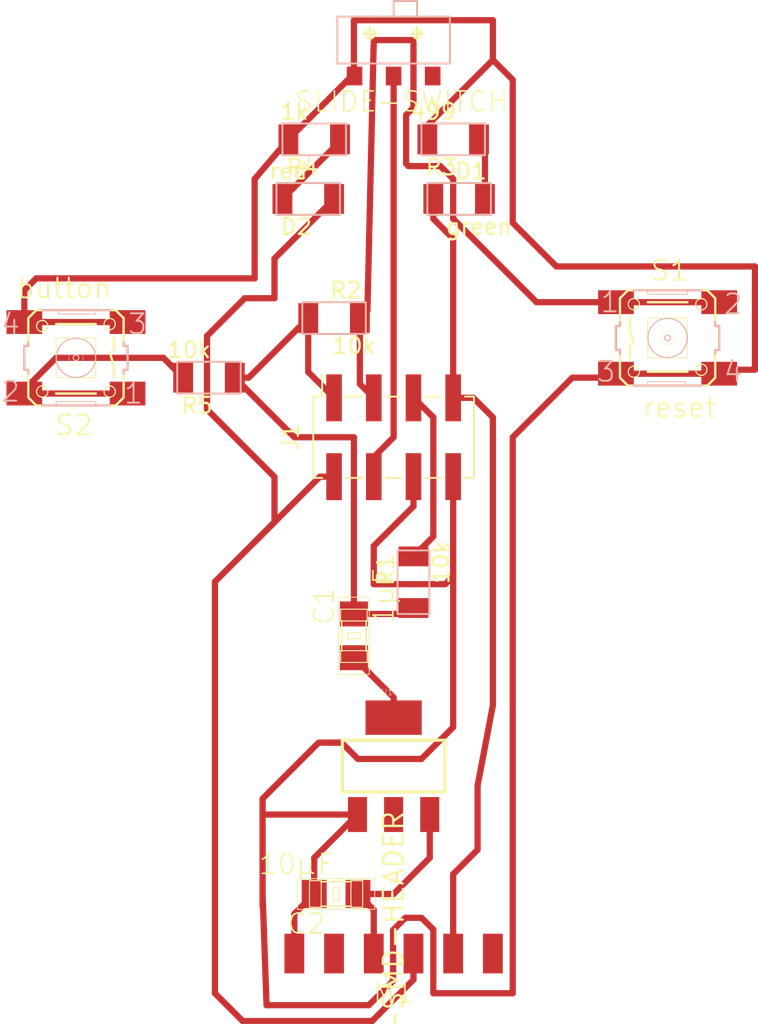
<source format=kicad_pcb>
(kicad_pcb (version 20171130) (host pcbnew "(5.1.9)-1")

  (general
    (thickness 1.6)
    (drawings 0)
    (tracks 128)
    (zones 0)
    (modules 15)
    (nets 16)
  )

  (page A4)
  (layers
    (0 F.Cu signal)
    (31 B.Cu signal hide)
    (32 B.Adhes user hide)
    (33 F.Adhes user hide)
    (34 B.Paste user hide)
    (35 F.Paste user hide)
    (36 B.SilkS user hide)
    (37 F.SilkS user hide)
    (38 B.Mask user hide)
    (39 F.Mask user hide)
    (40 Dwgs.User user hide)
    (41 Cmts.User user hide)
    (42 Eco1.User user hide)
    (43 Eco2.User user hide)
    (44 Edge.Cuts user hide)
    (45 Margin user hide)
    (46 B.CrtYd user hide)
    (47 F.CrtYd user hide)
    (48 B.Fab user hide)
    (49 F.Fab user hide)
  )

  (setup
    (last_trace_width 0.4)
    (trace_clearance 0.4)
    (zone_clearance 0.508)
    (zone_45_only no)
    (trace_min 0.4)
    (via_size 0.8)
    (via_drill 0.4)
    (via_min_size 0.4)
    (via_min_drill 0.3)
    (uvia_size 0.3)
    (uvia_drill 0.1)
    (uvias_allowed no)
    (uvia_min_size 0.2)
    (uvia_min_drill 0.1)
    (edge_width 0.05)
    (segment_width 0.2)
    (pcb_text_width 0.3)
    (pcb_text_size 1.5 1.5)
    (mod_edge_width 0.12)
    (mod_text_size 1 1)
    (mod_text_width 0.15)
    (pad_size 1.524 1.524)
    (pad_drill 0.762)
    (pad_to_mask_clearance 0)
    (aux_axis_origin 0 0)
    (visible_elements 7FFFFFFF)
    (pcbplotparams
      (layerselection 0x010fc_ffffffff)
      (usegerberextensions false)
      (usegerberattributes true)
      (usegerberadvancedattributes true)
      (creategerberjobfile true)
      (excludeedgelayer true)
      (linewidth 0.100000)
      (plotframeref false)
      (viasonmask false)
      (mode 1)
      (useauxorigin false)
      (hpglpennumber 1)
      (hpglpenspeed 20)
      (hpglpendiameter 15.000000)
      (psnegative false)
      (psa4output false)
      (plotreference true)
      (plotvalue true)
      (plotinvisibletext false)
      (padsonsilk false)
      (subtractmaskfromsilk false)
      (outputformat 1)
      (mirror false)
      (drillshape 1)
      (scaleselection 1)
      (outputdirectory ""))
  )

  (net 0 "")
  (net 1 3.3V)
  (net 2 "Net-(C1-Pad1)")
  (net 3 gnd)
  (net 4 5V)
  (net 5 "Net-(D1-Pad2)")
  (net 6 TX-gp1)
  (net 7 "Net-(D2-Pad2)")
  (net 8 RX-gp3)
  (net 9 "Net-(M1-Pad6)")
  (net 10 "Net-(M1-Pad2)")
  (net 11 reset)
  (net 12 "Net-(R5-Pad2)")
  (net 13 gp0)
  (net 14 "Net-(S3-Pad1)")
  (net 15 "Net-(J1-Pad5)")

  (net_class Default "This is the default net class."
    (clearance 0.4)
    (trace_width 0.4)
    (via_dia 0.8)
    (via_drill 0.4)
    (uvia_dia 0.3)
    (uvia_drill 0.1)
    (diff_pair_width 0.4)
    (diff_pair_gap 0.25)
    (add_net 3.3V)
    (add_net 5V)
    (add_net "Net-(C1-Pad1)")
    (add_net "Net-(D1-Pad2)")
    (add_net "Net-(D2-Pad2)")
    (add_net "Net-(J1-Pad5)")
    (add_net "Net-(M1-Pad2)")
    (add_net "Net-(M1-Pad6)")
    (add_net "Net-(R5-Pad2)")
    (add_net "Net-(S3-Pad1)")
    (add_net RX-gp3)
    (add_net TX-gp1)
    (add_net gnd)
    (add_net gp0)
    (add_net reset)
  )

  (module fab:fab-1X06SMD (layer F.Cu) (tedit 200000) (tstamp 60464886)
    (at 120.65 95.25 90)
    (path /604618BA)
    (attr smd)
    (fp_text reference M1 (at -2.54 0) (layer F.SilkS)
      (effects (font (size 1.27 1.27) (thickness 0.1016)))
    )
    (fp_text value FTDI-SMD-HEADER (at 0 0 90) (layer F.SilkS)
      (effects (font (size 1.27 1.27) (thickness 0.15)))
    )
    (pad 6 smd rect (at 0 6.35 90) (size 2.54 1.27) (layers F.Cu F.Paste F.Mask)
      (net 9 "Net-(M1-Pad6)"))
    (pad 5 smd rect (at 0 3.81 90) (size 2.54 1.27) (layers F.Cu F.Paste F.Mask)
      (net 6 TX-gp1))
    (pad 4 smd rect (at 0 1.27 90) (size 2.54 1.27) (layers F.Cu F.Paste F.Mask)
      (net 8 RX-gp3))
    (pad 3 smd rect (at 0 -1.27 90) (size 2.54 1.27) (layers F.Cu F.Paste F.Mask)
      (net 4 5V))
    (pad 2 smd rect (at 0 -3.81 90) (size 2.54 1.27) (layers F.Cu F.Paste F.Mask)
      (net 10 "Net-(M1-Pad2)"))
    (pad 1 smd rect (at 0 -6.35 90) (size 2.54 1.27) (layers F.Cu F.Paste F.Mask)
      (net 3 gnd))
  )

  (module fab:fab-C1206 (layer F.Cu) (tedit 200000) (tstamp 60464868)
    (at 116.96954 91.44 180)
    (descr CAPACITOR)
    (tags CAPACITOR)
    (path /60467AFB)
    (attr smd)
    (fp_text reference C2 (at 1.905 -1.905) (layer F.SilkS)
      (effects (font (size 1.27 1.27) (thickness 0.1016)))
    )
    (fp_text value 10µF (at 2.54 1.905) (layer F.SilkS)
      (effects (font (size 1.27 1.27) (thickness 0.1016)))
    )
    (fp_line (start -0.96266 0.78486) (end 0.96266 0.78486) (layer F.SilkS) (width 0.1016))
    (fp_line (start -0.96266 -0.78486) (end 0.96266 -0.78486) (layer F.SilkS) (width 0.1016))
    (fp_line (start 2.47142 -0.98298) (end 2.47142 0.98298) (layer F.SilkS) (width 0.0508))
    (fp_line (start -2.47142 0.98298) (end -2.47142 -0.98298) (layer F.SilkS) (width 0.0508))
    (fp_line (start 2.47142 0.98298) (end -2.47142 0.98298) (layer F.SilkS) (width 0.0508))
    (fp_line (start -2.47142 -0.98298) (end 2.47142 -0.98298) (layer F.SilkS) (width 0.0508))
    (fp_line (start -0.19812 0.39878) (end -0.19812 -0.39878) (layer F.SilkS) (width 0.06604))
    (fp_line (start -0.19812 -0.39878) (end 0.19812 -0.39878) (layer F.SilkS) (width 0.06604))
    (fp_line (start 0.19812 0.39878) (end 0.19812 -0.39878) (layer F.SilkS) (width 0.06604))
    (fp_line (start -0.19812 0.39878) (end 0.19812 0.39878) (layer F.SilkS) (width 0.06604))
    (fp_line (start 0.94996 0.84836) (end 0.94996 -0.8509) (layer F.SilkS) (width 0.06604))
    (fp_line (start 0.94996 -0.8509) (end 1.7018 -0.8509) (layer F.SilkS) (width 0.06604))
    (fp_line (start 1.7018 0.84836) (end 1.7018 -0.8509) (layer F.SilkS) (width 0.06604))
    (fp_line (start 0.94996 0.84836) (end 1.7018 0.84836) (layer F.SilkS) (width 0.06604))
    (fp_line (start -1.7018 0.8509) (end -1.7018 -0.84836) (layer F.SilkS) (width 0.06604))
    (fp_line (start -1.7018 -0.84836) (end -0.94996 -0.84836) (layer F.SilkS) (width 0.06604))
    (fp_line (start -0.94996 0.8509) (end -0.94996 -0.84836) (layer F.SilkS) (width 0.06604))
    (fp_line (start -1.7018 0.8509) (end -0.94996 0.8509) (layer F.SilkS) (width 0.06604))
    (pad 2 smd rect (at 1.39954 0 180) (size 1.59766 1.79832) (layers F.Cu F.Paste F.Mask)
      (net 3 gnd))
    (pad 1 smd rect (at -1.39954 0 180) (size 1.59766 1.79832) (layers F.Cu F.Paste F.Mask)
      (net 4 5V))
  )

  (module fab:fab-R1206FAB (layer F.Cu) (tedit 200000) (tstamp 6046489A)
    (at 116.84 54.61)
    (path /6046C2D8)
    (attr smd)
    (fp_text reference R2 (at 0.762 -1.778) (layer F.SilkS)
      (effects (font (size 1.016 1.016) (thickness 0.1524)))
    )
    (fp_text value 10k (at 1.27 1.778) (layer F.SilkS)
      (effects (font (size 1.016 1.016) (thickness 0.1524)))
    )
    (fp_line (start -2.032 1.016) (end -2.032 -1.016) (layer B.SilkS) (width 0.127))
    (fp_line (start 2.032 1.016) (end -2.032 1.016) (layer B.SilkS) (width 0.127))
    (fp_line (start 2.032 -1.016) (end 2.032 1.016) (layer B.SilkS) (width 0.127))
    (fp_line (start -2.032 -1.016) (end 2.032 -1.016) (layer B.SilkS) (width 0.127))
    (pad 2 smd rect (at 1.651 0) (size 1.27 1.905) (layers F.Cu F.Paste F.Mask)
      (net 11 reset))
    (pad 1 smd rect (at -1.651 0) (size 1.27 1.905) (layers F.Cu F.Paste F.Mask)
      (net 1 3.3V))
  )

  (module Connector_PinSocket_2.54mm:PinSocket_2x04_P2.54mm_Vertical_SMD (layer F.Cu) (tedit 5A19A42A) (tstamp 6046B407)
    (at 120.65 62.23 90)
    (descr "surface-mounted straight socket strip, 2x04, 2.54mm pitch, double cols (from Kicad 4.0.7), script generated")
    (tags "Surface mounted socket strip SMD 2x04 2.54mm double row")
    (path /604662D5)
    (attr smd)
    (fp_text reference J1 (at 0 -6.58 90) (layer F.SilkS)
      (effects (font (size 1 1) (thickness 0.15)))
    )
    (fp_text value "ESP conn" (at 0 6.58 90) (layer F.Fab)
      (effects (font (size 1 1) (thickness 0.15)))
    )
    (fp_line (start -4.55 5.6) (end -4.55 -5.6) (layer F.CrtYd) (width 0.05))
    (fp_line (start 4.5 5.6) (end -4.55 5.6) (layer F.CrtYd) (width 0.05))
    (fp_line (start 4.5 -5.6) (end 4.5 5.6) (layer F.CrtYd) (width 0.05))
    (fp_line (start -4.55 -5.6) (end 4.5 -5.6) (layer F.CrtYd) (width 0.05))
    (fp_line (start 3.92 4.13) (end 2.54 4.13) (layer F.Fab) (width 0.1))
    (fp_line (start 3.92 3.49) (end 3.92 4.13) (layer F.Fab) (width 0.1))
    (fp_line (start 2.54 3.49) (end 3.92 3.49) (layer F.Fab) (width 0.1))
    (fp_line (start -3.92 4.13) (end -3.92 3.49) (layer F.Fab) (width 0.1))
    (fp_line (start -2.54 4.13) (end -3.92 4.13) (layer F.Fab) (width 0.1))
    (fp_line (start -3.92 3.49) (end -2.54 3.49) (layer F.Fab) (width 0.1))
    (fp_line (start 3.92 1.59) (end 2.54 1.59) (layer F.Fab) (width 0.1))
    (fp_line (start 3.92 0.95) (end 3.92 1.59) (layer F.Fab) (width 0.1))
    (fp_line (start 2.54 0.95) (end 3.92 0.95) (layer F.Fab) (width 0.1))
    (fp_line (start -3.92 1.59) (end -3.92 0.95) (layer F.Fab) (width 0.1))
    (fp_line (start -2.54 1.59) (end -3.92 1.59) (layer F.Fab) (width 0.1))
    (fp_line (start -3.92 0.95) (end -2.54 0.95) (layer F.Fab) (width 0.1))
    (fp_line (start 3.92 -0.95) (end 2.54 -0.95) (layer F.Fab) (width 0.1))
    (fp_line (start 3.92 -1.59) (end 3.92 -0.95) (layer F.Fab) (width 0.1))
    (fp_line (start 2.54 -1.59) (end 3.92 -1.59) (layer F.Fab) (width 0.1))
    (fp_line (start -3.92 -0.95) (end -3.92 -1.59) (layer F.Fab) (width 0.1))
    (fp_line (start -2.54 -0.95) (end -3.92 -0.95) (layer F.Fab) (width 0.1))
    (fp_line (start -3.92 -1.59) (end -2.54 -1.59) (layer F.Fab) (width 0.1))
    (fp_line (start 3.92 -3.49) (end 2.54 -3.49) (layer F.Fab) (width 0.1))
    (fp_line (start 3.92 -4.13) (end 3.92 -3.49) (layer F.Fab) (width 0.1))
    (fp_line (start 2.54 -4.13) (end 3.92 -4.13) (layer F.Fab) (width 0.1))
    (fp_line (start -3.92 -3.49) (end -3.92 -4.13) (layer F.Fab) (width 0.1))
    (fp_line (start -2.54 -3.49) (end -3.92 -3.49) (layer F.Fab) (width 0.1))
    (fp_line (start -3.92 -4.13) (end -2.54 -4.13) (layer F.Fab) (width 0.1))
    (fp_line (start -2.54 5.08) (end -2.54 -5.08) (layer F.Fab) (width 0.1))
    (fp_line (start 2.54 5.08) (end -2.54 5.08) (layer F.Fab) (width 0.1))
    (fp_line (start 2.54 -4.08) (end 2.54 5.08) (layer F.Fab) (width 0.1))
    (fp_line (start 1.54 -5.08) (end 2.54 -4.08) (layer F.Fab) (width 0.1))
    (fp_line (start -2.54 -5.08) (end 1.54 -5.08) (layer F.Fab) (width 0.1))
    (fp_line (start 2.6 -4.57) (end 3.96 -4.57) (layer F.SilkS) (width 0.12))
    (fp_line (start -2.6 4.57) (end -2.6 5.14) (layer F.SilkS) (width 0.12))
    (fp_line (start -2.6 2.03) (end -2.6 3.05) (layer F.SilkS) (width 0.12))
    (fp_line (start -2.6 -0.51) (end -2.6 0.51) (layer F.SilkS) (width 0.12))
    (fp_line (start -2.6 -3.05) (end -2.6 -2.03) (layer F.SilkS) (width 0.12))
    (fp_line (start -2.6 -5.14) (end -2.6 -4.57) (layer F.SilkS) (width 0.12))
    (fp_line (start -2.6 5.14) (end 2.6 5.14) (layer F.SilkS) (width 0.12))
    (fp_line (start 2.6 4.57) (end 2.6 5.14) (layer F.SilkS) (width 0.12))
    (fp_line (start 2.6 2.03) (end 2.6 3.05) (layer F.SilkS) (width 0.12))
    (fp_line (start 2.6 -0.51) (end 2.6 0.51) (layer F.SilkS) (width 0.12))
    (fp_line (start 2.6 -3.05) (end 2.6 -2.03) (layer F.SilkS) (width 0.12))
    (fp_line (start 2.6 -5.14) (end 2.6 -4.57) (layer F.SilkS) (width 0.12))
    (fp_line (start -2.6 -5.14) (end 2.6 -5.14) (layer F.SilkS) (width 0.12))
    (fp_text user %R (at 0 0) (layer F.Fab)
      (effects (font (size 1 1) (thickness 0.15)))
    )
    (pad 8 smd rect (at -2.52 3.81 90) (size 3 1) (layers F.Cu F.Paste F.Mask)
      (net 3 gnd))
    (pad 7 smd rect (at 2.52 3.81 90) (size 3 1) (layers F.Cu F.Paste F.Mask)
      (net 6 TX-gp1))
    (pad 6 smd rect (at -2.52 1.27 90) (size 3 1) (layers F.Cu F.Paste F.Mask)
      (net 3 gnd))
    (pad 5 smd rect (at 2.52 1.27 90) (size 3 1) (layers F.Cu F.Paste F.Mask)
      (net 15 "Net-(J1-Pad5)"))
    (pad 4 smd rect (at -2.52 -1.27 90) (size 3 1) (layers F.Cu F.Paste F.Mask)
      (net 13 gp0))
    (pad 3 smd rect (at 2.52 -1.27 90) (size 3 1) (layers F.Cu F.Paste F.Mask)
      (net 11 reset))
    (pad 2 smd rect (at -2.52 -3.81 90) (size 3 1) (layers F.Cu F.Paste F.Mask)
      (net 8 RX-gp3))
    (pad 1 smd rect (at 2.52 -3.81 90) (size 3 1) (layers F.Cu F.Paste F.Mask)
      (net 1 3.3V))
    (model ${KISYS3DMOD}/Connector_PinSocket_2.54mm.3dshapes/PinSocket_2x04_P2.54mm_Vertical_SMD.wrl
      (at (xyz 0 0 0))
      (scale (xyz 1 1 1))
      (rotate (xyz 0 0 0))
    )
  )

  (module fab:fab-SOT223 (layer F.Cu) (tedit 5E6F6C42) (tstamp 6046495E)
    (at 120.65 83.2612)
    (descr <b>SOT-223</b>)
    (path /60461F6F)
    (fp_text reference U1 (at -0.8255 -4.5085) (layer F.SilkS)
      (effects (font (size 0.38608 0.38608) (thickness 0.030886)) (justify left bottom))
    )
    (fp_text value "3.3V reg" (at -1.0795 0.1905) (layer F.Fab)
      (effects (font (size 0.38608 0.38608) (thickness 0.030886)) (justify left bottom))
    )
    (fp_poly (pts (xy 1.8796 3.6576) (xy 2.7432 3.6576) (xy 2.7432 1.8034) (xy 1.8796 1.8034)) (layer F.Fab) (width 0))
    (fp_poly (pts (xy -2.7432 3.6576) (xy -1.8796 3.6576) (xy -1.8796 1.8034) (xy -2.7432 1.8034)) (layer F.Fab) (width 0))
    (fp_poly (pts (xy -0.4318 3.6576) (xy 0.4318 3.6576) (xy 0.4318 1.8034) (xy -0.4318 1.8034)) (layer F.Fab) (width 0))
    (fp_poly (pts (xy -1.6002 -1.8034) (xy 1.6002 -1.8034) (xy 1.6002 -3.6576) (xy -1.6002 -3.6576)) (layer F.Fab) (width 0))
    (fp_poly (pts (xy 1.8796 3.6576) (xy 2.7432 3.6576) (xy 2.7432 1.8034) (xy 1.8796 1.8034)) (layer F.Fab) (width 0))
    (fp_poly (pts (xy -2.7432 3.6576) (xy -1.8796 3.6576) (xy -1.8796 1.8034) (xy -2.7432 1.8034)) (layer F.Fab) (width 0))
    (fp_poly (pts (xy -0.4318 3.6576) (xy 0.4318 3.6576) (xy 0.4318 1.8034) (xy -0.4318 1.8034)) (layer F.Fab) (width 0))
    (fp_poly (pts (xy -1.6002 -1.8034) (xy 1.6002 -1.8034) (xy 1.6002 -3.6576) (xy -1.6002 -3.6576)) (layer F.Fab) (width 0))
    (fp_line (start -3.2766 -1.651) (end 3.2766 -1.651) (layer F.SilkS) (width 0.2032))
    (fp_line (start -3.2766 1.651) (end -3.2766 -1.651) (layer F.SilkS) (width 0.2032))
    (fp_line (start 3.2766 1.651) (end -3.2766 1.651) (layer F.SilkS) (width 0.2032))
    (fp_line (start 3.2766 -1.651) (end 3.2766 1.651) (layer F.SilkS) (width 0.2032))
    (pad 2 smd rect (at 0 -3.099) (size 3.6 2.2) (layers F.Cu F.Paste F.Mask)
      (net 2 "Net-(C1-Pad1)") (solder_mask_margin 0.1016))
    (pad 3 smd rect (at 2.3114 3.0988) (size 1.2192 2.2352) (layers F.Cu F.Paste F.Mask)
      (net 4 5V) (solder_mask_margin 0.1016))
    (pad 2 smd rect (at 0 3.0988) (size 1.2192 2.2352) (layers F.Cu F.Paste F.Mask)
      (net 2 "Net-(C1-Pad1)") (solder_mask_margin 0.1016))
    (pad 1 smd rect (at -2.3114 3.0988) (size 1.2192 2.2352) (layers F.Cu F.Paste F.Mask)
      (net 3 gnd) (solder_mask_margin 0.1016))
  )

  (module fab:fab-AYZ0102AGRLC (layer F.Cu) (tedit 200000) (tstamp 6046494A)
    (at 120.65 36.83)
    (path /60465250)
    (attr smd)
    (fp_text reference S3 (at 0.381 -3.429) (layer F.SilkS)
      (effects (font (size 1.27 1.27) (thickness 0.1016)))
    )
    (fp_text value SLIDE-SWITCH (at 0.508 3.937) (layer F.SilkS)
      (effects (font (size 1.27 1.27) (thickness 0.1016)))
    )
    (fp_line (start 1.4986 0.02286) (end 1.4986 -0.82296) (layer F.SilkS) (width 0.127))
    (fp_line (start 1.07442 -0.39878) (end 1.92278 -0.39878) (layer F.SilkS) (width 0.127))
    (fp_circle (center 1.4986 -0.39878) (end 1.70942 -0.6096) (layer F.SilkS) (width 0.127))
    (fp_line (start -1.4986 0.02286) (end -1.4986 -0.82296) (layer F.SilkS) (width 0.127))
    (fp_line (start -1.92278 -0.39878) (end -1.07442 -0.39878) (layer F.SilkS) (width 0.127))
    (fp_circle (center -1.4986 -0.39878) (end -1.70942 -0.6096) (layer F.SilkS) (width 0.127))
    (fp_line (start 1.4986 -2.49936) (end 1.4986 -1.4986) (layer B.SilkS) (width 0.127))
    (fp_line (start 0 -2.49936) (end 1.4986 -2.49936) (layer B.SilkS) (width 0.127))
    (fp_line (start 0 -1.59766) (end 0 -2.49936) (layer B.SilkS) (width 0.127))
    (fp_line (start -3.59918 -1.4986) (end -3.59918 1.4986) (layer B.SilkS) (width 0.127))
    (fp_line (start -1.4986 -1.4986) (end -3.59918 -1.4986) (layer B.SilkS) (width 0.127))
    (fp_line (start 1.4986 -1.4986) (end -1.4986 -1.4986) (layer B.SilkS) (width 0.127))
    (fp_line (start 3.59918 -1.4986) (end 1.4986 -1.4986) (layer B.SilkS) (width 0.127))
    (fp_line (start 3.59918 1.4986) (end 3.59918 -1.4986) (layer B.SilkS) (width 0.127))
    (fp_line (start -3.59918 1.4986) (end 3.59918 1.4986) (layer B.SilkS) (width 0.127))
    (pad 3 smd rect (at -2.49936 2.2987) (size 0.99822 1.19888) (layers F.Cu F.Paste F.Mask)
      (net 3 gnd))
    (pad 2 smd rect (at 0 2.2987) (size 0.99822 1.19888) (layers F.Cu F.Paste F.Mask)
      (net 13 gp0))
    (pad 1 smd rect (at 2.49936 2.2987) (size 0.99822 1.19888) (layers F.Cu F.Paste F.Mask)
      (net 14 "Net-(S3-Pad1)"))
  )

  (module fab:fab-6MM_SWITCH (layer F.Cu) (tedit 200000) (tstamp 60464934)
    (at 100.33 57.15 180)
    (descr "OMRON SWITCH")
    (tags "OMRON SWITCH")
    (path /60476784)
    (attr smd)
    (fp_text reference S2 (at 0.127 -4.318) (layer F.SilkS)
      (effects (font (size 1.27 1.27) (thickness 0.127)))
    )
    (fp_text value button (at 0.762 4.445) (layer F.SilkS)
      (effects (font (size 1.27 1.27) (thickness 0.127)))
    )
    (fp_circle (center 0 0) (end -0.127 0.127) (layer B.SilkS) (width 0.0762))
    (fp_circle (center 0 0) (end -0.3175 0.3175) (layer F.SilkS) (width 0.0254))
    (fp_circle (center -2.159 -2.159) (end -2.413 -2.413) (layer F.SilkS) (width 0.0762))
    (fp_circle (center 2.159 -2.159) (end 2.413 -2.413) (layer F.SilkS) (width 0.0762))
    (fp_circle (center 2.159 2.032) (end 2.413 2.286) (layer F.SilkS) (width 0.0762))
    (fp_circle (center -2.159 2.159) (end -2.413 2.413) (layer F.SilkS) (width 0.0762))
    (fp_circle (center 0 0) (end -0.889 0.889) (layer B.SilkS) (width 0.0762))
    (fp_line (start -2.413 -0.508) (end -2.159 0.381) (layer F.SilkS) (width 0.1524))
    (fp_line (start -2.413 0.508) (end -2.413 1.27) (layer F.SilkS) (width 0.1524))
    (fp_line (start -2.413 -1.27) (end -2.413 -0.508) (layer F.SilkS) (width 0.1524))
    (fp_line (start 1.27 -2.286) (end -1.27 -2.286) (layer F.SilkS) (width 0.1524))
    (fp_line (start -1.27 2.159) (end 1.27 2.159) (layer F.SilkS) (width 0.1524))
    (fp_line (start -3.048 -0.762) (end -3.048 -1.016) (layer B.SilkS) (width 0.1524))
    (fp_line (start -3.048 0.762) (end -3.048 1.016) (layer B.SilkS) (width 0.1524))
    (fp_line (start 3.048 -0.762) (end 3.048 -1.016) (layer B.SilkS) (width 0.1524))
    (fp_line (start 3.048 0.762) (end 3.048 1.016) (layer B.SilkS) (width 0.1524))
    (fp_line (start 1.143 3.048) (end 2.159 3.048) (layer B.SilkS) (width 0.1524))
    (fp_line (start -1.27 3.048) (end 1.143 3.048) (layer B.SilkS) (width 0.1524))
    (fp_line (start -1.27 -3.048) (end -2.159 -3.048) (layer B.SilkS) (width 0.1524))
    (fp_line (start 1.27 -3.048) (end -1.27 -3.048) (layer B.SilkS) (width 0.1524))
    (fp_line (start 2.159 -3.048) (end 1.27 -3.048) (layer B.SilkS) (width 0.1524))
    (fp_line (start 2.54 -3.048) (end 2.159 -3.048) (layer F.SilkS) (width 0.1524))
    (fp_line (start -2.54 -3.048) (end -2.159 -3.048) (layer F.SilkS) (width 0.1524))
    (fp_line (start -2.159 3.048) (end -1.27 3.048) (layer B.SilkS) (width 0.1524))
    (fp_line (start -2.54 3.048) (end -2.159 3.048) (layer F.SilkS) (width 0.1524))
    (fp_line (start 2.54 3.048) (end 2.159 3.048) (layer F.SilkS) (width 0.1524))
    (fp_line (start -1.27 2.794) (end -1.27 3.048) (layer B.SilkS) (width 0.0508))
    (fp_line (start 1.143 2.794) (end 1.143 3.048) (layer B.SilkS) (width 0.0508))
    (fp_line (start 1.143 2.794) (end -1.27 2.794) (layer B.SilkS) (width 0.0508))
    (fp_line (start 1.27 -2.794) (end 1.27 -3.048) (layer B.SilkS) (width 0.0508))
    (fp_line (start 1.27 -2.794) (end -1.27 -2.794) (layer B.SilkS) (width 0.0508))
    (fp_line (start -1.27 -3.048) (end -1.27 -2.794) (layer B.SilkS) (width 0.0508))
    (fp_line (start -1.27 -1.27) (end 1.27 -1.27) (layer F.SilkS) (width 0.0508))
    (fp_line (start 1.27 1.27) (end 1.27 -1.27) (layer F.SilkS) (width 0.0508))
    (fp_line (start 1.27 1.27) (end -1.27 1.27) (layer F.SilkS) (width 0.0508))
    (fp_line (start -1.27 -1.27) (end -1.27 1.27) (layer F.SilkS) (width 0.0508))
    (fp_line (start -3.048 2.54) (end -3.048 1.016) (layer F.SilkS) (width 0.1524))
    (fp_line (start -2.54 3.048) (end -3.048 2.54) (layer F.SilkS) (width 0.1524))
    (fp_line (start -3.048 -2.54) (end -3.048 -1.016) (layer F.SilkS) (width 0.1524))
    (fp_line (start -2.54 -3.048) (end -3.048 -2.54) (layer F.SilkS) (width 0.1524))
    (fp_line (start 3.048 2.54) (end 3.048 1.016) (layer F.SilkS) (width 0.1524))
    (fp_line (start 2.54 3.048) (end 3.048 2.54) (layer F.SilkS) (width 0.1524))
    (fp_line (start 3.048 -2.54) (end 2.54 -3.048) (layer F.SilkS) (width 0.1524))
    (fp_line (start -3.048 0.762) (end -3.302 0.762) (layer B.SilkS) (width 0.1524))
    (fp_line (start -3.302 -0.762) (end -3.302 0.762) (layer B.SilkS) (width 0.1524))
    (fp_line (start -3.302 -0.762) (end -3.048 -0.762) (layer B.SilkS) (width 0.1524))
    (fp_line (start 3.048 -1.016) (end 3.048 -2.54) (layer F.SilkS) (width 0.1524))
    (fp_line (start 3.048 -0.762) (end 3.302 -0.762) (layer B.SilkS) (width 0.1524))
    (fp_line (start 3.302 0.762) (end 3.302 -0.762) (layer B.SilkS) (width 0.1524))
    (fp_line (start 3.302 0.762) (end 3.048 0.762) (layer B.SilkS) (width 0.1524))
    (fp_text user 4 (at 4.191 2.159) (layer B.SilkS)
      (effects (font (size 1.27 1.27) (thickness 0.127)))
    )
    (fp_text user 3 (at -3.937 2.159) (layer B.SilkS)
      (effects (font (size 1.27 1.27) (thickness 0.127)))
    )
    (fp_text user 2 (at 4.191 -2.159) (layer B.SilkS)
      (effects (font (size 1.27 1.27) (thickness 0.127)))
    )
    (fp_text user 1 (at -3.683 -2.286) (layer B.SilkS)
      (effects (font (size 1.27 1.27) (thickness 0.127)))
    )
    (pad 4 smd rect (at 3.302 2.286 180) (size 2.286 1.524) (layers F.Cu F.Paste F.Mask)
      (net 3 gnd))
    (pad 3 smd rect (at -3.302 2.286 180) (size 2.286 1.524) (layers F.Cu F.Paste F.Mask)
      (net 3 gnd))
    (pad 2 smd rect (at 3.302 -2.286 180) (size 2.286 1.524) (layers F.Cu F.Paste F.Mask)
      (net 12 "Net-(R5-Pad2)"))
    (pad 1 smd rect (at -3.302 -2.286 180) (size 2.286 1.524) (layers F.Cu F.Paste F.Mask)
      (net 12 "Net-(R5-Pad2)"))
  )

  (module fab:fab-6MM_SWITCH (layer F.Cu) (tedit 200000) (tstamp 604648F6)
    (at 138.176 55.88)
    (descr "OMRON SWITCH")
    (tags "OMRON SWITCH")
    (path /604624CF)
    (attr smd)
    (fp_text reference S1 (at 0.127 -4.318) (layer F.SilkS)
      (effects (font (size 1.27 1.27) (thickness 0.127)))
    )
    (fp_text value reset (at 0.762 4.445) (layer F.SilkS)
      (effects (font (size 1.27 1.27) (thickness 0.127)))
    )
    (fp_circle (center 0 0) (end -0.127 0.127) (layer B.SilkS) (width 0.0762))
    (fp_circle (center 0 0) (end -0.3175 0.3175) (layer F.SilkS) (width 0.0254))
    (fp_circle (center -2.159 -2.159) (end -2.413 -2.413) (layer F.SilkS) (width 0.0762))
    (fp_circle (center 2.159 -2.159) (end 2.413 -2.413) (layer F.SilkS) (width 0.0762))
    (fp_circle (center 2.159 2.032) (end 2.413 2.286) (layer F.SilkS) (width 0.0762))
    (fp_circle (center -2.159 2.159) (end -2.413 2.413) (layer F.SilkS) (width 0.0762))
    (fp_circle (center 0 0) (end -0.889 0.889) (layer B.SilkS) (width 0.0762))
    (fp_line (start -2.413 -0.508) (end -2.159 0.381) (layer F.SilkS) (width 0.1524))
    (fp_line (start -2.413 0.508) (end -2.413 1.27) (layer F.SilkS) (width 0.1524))
    (fp_line (start -2.413 -1.27) (end -2.413 -0.508) (layer F.SilkS) (width 0.1524))
    (fp_line (start 1.27 -2.286) (end -1.27 -2.286) (layer F.SilkS) (width 0.1524))
    (fp_line (start -1.27 2.159) (end 1.27 2.159) (layer F.SilkS) (width 0.1524))
    (fp_line (start -3.048 -0.762) (end -3.048 -1.016) (layer B.SilkS) (width 0.1524))
    (fp_line (start -3.048 0.762) (end -3.048 1.016) (layer B.SilkS) (width 0.1524))
    (fp_line (start 3.048 -0.762) (end 3.048 -1.016) (layer B.SilkS) (width 0.1524))
    (fp_line (start 3.048 0.762) (end 3.048 1.016) (layer B.SilkS) (width 0.1524))
    (fp_line (start 1.143 3.048) (end 2.159 3.048) (layer B.SilkS) (width 0.1524))
    (fp_line (start -1.27 3.048) (end 1.143 3.048) (layer B.SilkS) (width 0.1524))
    (fp_line (start -1.27 -3.048) (end -2.159 -3.048) (layer B.SilkS) (width 0.1524))
    (fp_line (start 1.27 -3.048) (end -1.27 -3.048) (layer B.SilkS) (width 0.1524))
    (fp_line (start 2.159 -3.048) (end 1.27 -3.048) (layer B.SilkS) (width 0.1524))
    (fp_line (start 2.54 -3.048) (end 2.159 -3.048) (layer F.SilkS) (width 0.1524))
    (fp_line (start -2.54 -3.048) (end -2.159 -3.048) (layer F.SilkS) (width 0.1524))
    (fp_line (start -2.159 3.048) (end -1.27 3.048) (layer B.SilkS) (width 0.1524))
    (fp_line (start -2.54 3.048) (end -2.159 3.048) (layer F.SilkS) (width 0.1524))
    (fp_line (start 2.54 3.048) (end 2.159 3.048) (layer F.SilkS) (width 0.1524))
    (fp_line (start -1.27 2.794) (end -1.27 3.048) (layer B.SilkS) (width 0.0508))
    (fp_line (start 1.143 2.794) (end 1.143 3.048) (layer B.SilkS) (width 0.0508))
    (fp_line (start 1.143 2.794) (end -1.27 2.794) (layer B.SilkS) (width 0.0508))
    (fp_line (start 1.27 -2.794) (end 1.27 -3.048) (layer B.SilkS) (width 0.0508))
    (fp_line (start 1.27 -2.794) (end -1.27 -2.794) (layer B.SilkS) (width 0.0508))
    (fp_line (start -1.27 -3.048) (end -1.27 -2.794) (layer B.SilkS) (width 0.0508))
    (fp_line (start -1.27 -1.27) (end 1.27 -1.27) (layer F.SilkS) (width 0.0508))
    (fp_line (start 1.27 1.27) (end 1.27 -1.27) (layer F.SilkS) (width 0.0508))
    (fp_line (start 1.27 1.27) (end -1.27 1.27) (layer F.SilkS) (width 0.0508))
    (fp_line (start -1.27 -1.27) (end -1.27 1.27) (layer F.SilkS) (width 0.0508))
    (fp_line (start -3.048 2.54) (end -3.048 1.016) (layer F.SilkS) (width 0.1524))
    (fp_line (start -2.54 3.048) (end -3.048 2.54) (layer F.SilkS) (width 0.1524))
    (fp_line (start -3.048 -2.54) (end -3.048 -1.016) (layer F.SilkS) (width 0.1524))
    (fp_line (start -2.54 -3.048) (end -3.048 -2.54) (layer F.SilkS) (width 0.1524))
    (fp_line (start 3.048 2.54) (end 3.048 1.016) (layer F.SilkS) (width 0.1524))
    (fp_line (start 2.54 3.048) (end 3.048 2.54) (layer F.SilkS) (width 0.1524))
    (fp_line (start 3.048 -2.54) (end 2.54 -3.048) (layer F.SilkS) (width 0.1524))
    (fp_line (start -3.048 0.762) (end -3.302 0.762) (layer B.SilkS) (width 0.1524))
    (fp_line (start -3.302 -0.762) (end -3.302 0.762) (layer B.SilkS) (width 0.1524))
    (fp_line (start -3.302 -0.762) (end -3.048 -0.762) (layer B.SilkS) (width 0.1524))
    (fp_line (start 3.048 -1.016) (end 3.048 -2.54) (layer F.SilkS) (width 0.1524))
    (fp_line (start 3.048 -0.762) (end 3.302 -0.762) (layer B.SilkS) (width 0.1524))
    (fp_line (start 3.302 0.762) (end 3.302 -0.762) (layer B.SilkS) (width 0.1524))
    (fp_line (start 3.302 0.762) (end 3.048 0.762) (layer B.SilkS) (width 0.1524))
    (fp_text user 4 (at 4.191 2.159) (layer B.SilkS)
      (effects (font (size 1.27 1.27) (thickness 0.127)))
    )
    (fp_text user 3 (at -3.937 2.159) (layer B.SilkS)
      (effects (font (size 1.27 1.27) (thickness 0.127)))
    )
    (fp_text user 2 (at 4.191 -2.159) (layer B.SilkS)
      (effects (font (size 1.27 1.27) (thickness 0.127)))
    )
    (fp_text user 1 (at -3.683 -2.286) (layer B.SilkS)
      (effects (font (size 1.27 1.27) (thickness 0.127)))
    )
    (pad 4 smd rect (at 3.302 2.286) (size 2.286 1.524) (layers F.Cu F.Paste F.Mask)
      (net 3 gnd))
    (pad 3 smd rect (at -3.302 2.286) (size 2.286 1.524) (layers F.Cu F.Paste F.Mask)
      (net 3 gnd))
    (pad 2 smd rect (at 3.302 -2.286) (size 2.286 1.524) (layers F.Cu F.Paste F.Mask)
      (net 11 reset))
    (pad 1 smd rect (at -3.302 -2.286) (size 2.286 1.524) (layers F.Cu F.Paste F.Mask)
      (net 11 reset))
  )

  (module fab:fab-R1206FAB (layer F.Cu) (tedit 200000) (tstamp 604648B8)
    (at 108.839 58.42 180)
    (path /604778A2)
    (attr smd)
    (fp_text reference R5 (at 0.762 -1.778) (layer F.SilkS)
      (effects (font (size 1.016 1.016) (thickness 0.1524)))
    )
    (fp_text value 10k (at 1.27 1.778) (layer F.SilkS)
      (effects (font (size 1.016 1.016) (thickness 0.1524)))
    )
    (fp_line (start -2.032 1.016) (end -2.032 -1.016) (layer B.SilkS) (width 0.127))
    (fp_line (start 2.032 1.016) (end -2.032 1.016) (layer B.SilkS) (width 0.127))
    (fp_line (start 2.032 -1.016) (end 2.032 1.016) (layer B.SilkS) (width 0.127))
    (fp_line (start -2.032 -1.016) (end 2.032 -1.016) (layer B.SilkS) (width 0.127))
    (pad 2 smd rect (at 1.651 0 180) (size 1.27 1.905) (layers F.Cu F.Paste F.Mask)
      (net 12 "Net-(R5-Pad2)"))
    (pad 1 smd rect (at -1.651 0 180) (size 1.27 1.905) (layers F.Cu F.Paste F.Mask)
      (net 1 3.3V))
  )

  (module fab:fab-R1206FAB (layer F.Cu) (tedit 200000) (tstamp 604648AE)
    (at 115.57 43.18 180)
    (path /6046EA3E)
    (attr smd)
    (fp_text reference R4 (at 0.762 -1.778) (layer F.SilkS)
      (effects (font (size 1.016 1.016) (thickness 0.1524)))
    )
    (fp_text value 1k (at 1.27 1.778) (layer F.SilkS)
      (effects (font (size 1.016 1.016) (thickness 0.1524)))
    )
    (fp_line (start -2.032 1.016) (end -2.032 -1.016) (layer B.SilkS) (width 0.127))
    (fp_line (start 2.032 1.016) (end -2.032 1.016) (layer B.SilkS) (width 0.127))
    (fp_line (start 2.032 -1.016) (end 2.032 1.016) (layer B.SilkS) (width 0.127))
    (fp_line (start -2.032 -1.016) (end 2.032 -1.016) (layer B.SilkS) (width 0.127))
    (pad 2 smd rect (at 1.651 0 180) (size 1.27 1.905) (layers F.Cu F.Paste F.Mask)
      (net 3 gnd))
    (pad 1 smd rect (at -1.651 0 180) (size 1.27 1.905) (layers F.Cu F.Paste F.Mask)
      (net 7 "Net-(D2-Pad2)"))
  )

  (module fab:fab-R1206FAB (layer F.Cu) (tedit 200000) (tstamp 604648A4)
    (at 124.46 43.18 180)
    (path /6046DD62)
    (attr smd)
    (fp_text reference R3 (at 0.762 -1.778) (layer F.SilkS)
      (effects (font (size 1.016 1.016) (thickness 0.1524)))
    )
    (fp_text value 499 (at 1.27 1.778) (layer F.SilkS)
      (effects (font (size 1.016 1.016) (thickness 0.1524)))
    )
    (fp_line (start -2.032 1.016) (end -2.032 -1.016) (layer B.SilkS) (width 0.127))
    (fp_line (start 2.032 1.016) (end -2.032 1.016) (layer B.SilkS) (width 0.127))
    (fp_line (start 2.032 -1.016) (end 2.032 1.016) (layer B.SilkS) (width 0.127))
    (fp_line (start -2.032 -1.016) (end 2.032 -1.016) (layer B.SilkS) (width 0.127))
    (pad 2 smd rect (at 1.651 0 180) (size 1.27 1.905) (layers F.Cu F.Paste F.Mask)
      (net 3 gnd))
    (pad 1 smd rect (at -1.651 0 180) (size 1.27 1.905) (layers F.Cu F.Paste F.Mask)
      (net 5 "Net-(D1-Pad2)"))
  )

  (module fab:fab-R1206FAB (layer F.Cu) (tedit 200000) (tstamp 60464890)
    (at 121.92 71.501 90)
    (path /60465999)
    (attr smd)
    (fp_text reference R1 (at 0.762 -1.778 90) (layer F.SilkS)
      (effects (font (size 1.016 1.016) (thickness 0.1524)))
    )
    (fp_text value 10k (at 1.27 1.778 90) (layer F.SilkS)
      (effects (font (size 1.016 1.016) (thickness 0.1524)))
    )
    (fp_line (start -2.032 1.016) (end -2.032 -1.016) (layer B.SilkS) (width 0.127))
    (fp_line (start 2.032 1.016) (end -2.032 1.016) (layer B.SilkS) (width 0.127))
    (fp_line (start 2.032 -1.016) (end 2.032 1.016) (layer B.SilkS) (width 0.127))
    (fp_line (start -2.032 -1.016) (end 2.032 -1.016) (layer B.SilkS) (width 0.127))
    (pad 2 smd rect (at 1.651 0 90) (size 1.27 1.905) (layers F.Cu F.Paste F.Mask)
      (net 15 "Net-(J1-Pad5)"))
    (pad 1 smd rect (at -1.651 0 90) (size 1.27 1.905) (layers F.Cu F.Paste F.Mask)
      (net 1 3.3V))
  )

  (module fab:fab-LED1206FAB (layer F.Cu) (tedit 200000) (tstamp 6046487C)
    (at 115.189 46.99 180)
    (descr "LED1206 FAB STYLE (SMALLER PADS TO ALLOW TRACE BETWEEN)")
    (tags "LED1206 FAB STYLE (SMALLER PADS TO ALLOW TRACE BETWEEN)")
    (path /6046D41C)
    (attr smd)
    (fp_text reference D2 (at 0.762 -1.778) (layer F.SilkS)
      (effects (font (size 1.016 1.016) (thickness 0.1524)))
    )
    (fp_text value red (at 1.27 1.778) (layer F.SilkS)
      (effects (font (size 1.016 1.016) (thickness 0.1524)))
    )
    (fp_line (start -2.032 1.016) (end -2.032 -1.016) (layer B.SilkS) (width 0.127))
    (fp_line (start 2.032 1.016) (end -2.032 1.016) (layer B.SilkS) (width 0.127))
    (fp_line (start 2.032 -1.016) (end 2.032 1.016) (layer B.SilkS) (width 0.127))
    (fp_line (start -2.032 -1.016) (end 2.032 -1.016) (layer B.SilkS) (width 0.127))
    (pad 2 smd rect (at 1.651 0 180) (size 1.27 1.905) (layers F.Cu F.Paste F.Mask)
      (net 7 "Net-(D2-Pad2)"))
    (pad 1 smd rect (at -1.651 0 180) (size 1.27 1.905) (layers F.Cu F.Paste F.Mask)
      (net 8 RX-gp3))
  )

  (module fab:fab-LED1206FAB (layer F.Cu) (tedit 200000) (tstamp 60464872)
    (at 124.841 46.99)
    (descr "LED1206 FAB STYLE (SMALLER PADS TO ALLOW TRACE BETWEEN)")
    (tags "LED1206 FAB STYLE (SMALLER PADS TO ALLOW TRACE BETWEEN)")
    (path /60463438)
    (attr smd)
    (fp_text reference D1 (at 0.762 -1.778) (layer F.SilkS)
      (effects (font (size 1.016 1.016) (thickness 0.1524)))
    )
    (fp_text value green (at 1.27 1.778) (layer F.SilkS)
      (effects (font (size 1.016 1.016) (thickness 0.1524)))
    )
    (fp_line (start -2.032 1.016) (end -2.032 -1.016) (layer B.SilkS) (width 0.127))
    (fp_line (start 2.032 1.016) (end -2.032 1.016) (layer B.SilkS) (width 0.127))
    (fp_line (start 2.032 -1.016) (end 2.032 1.016) (layer B.SilkS) (width 0.127))
    (fp_line (start -2.032 -1.016) (end 2.032 -1.016) (layer B.SilkS) (width 0.127))
    (pad 2 smd rect (at 1.651 0) (size 1.27 1.905) (layers F.Cu F.Paste F.Mask)
      (net 5 "Net-(D1-Pad2)"))
    (pad 1 smd rect (at -1.651 0) (size 1.27 1.905) (layers F.Cu F.Paste F.Mask)
      (net 6 TX-gp1))
  )

  (module fab:fab-C1206 (layer F.Cu) (tedit 200000) (tstamp 60464850)
    (at 118.11 74.93 90)
    (descr CAPACITOR)
    (tags CAPACITOR)
    (path /60462EE4)
    (attr smd)
    (fp_text reference C1 (at 1.905 -1.905 90) (layer F.SilkS)
      (effects (font (size 1.27 1.27) (thickness 0.1016)))
    )
    (fp_text value 1µF (at 2.54 1.905 90) (layer F.SilkS)
      (effects (font (size 1.27 1.27) (thickness 0.1016)))
    )
    (fp_line (start -0.96266 0.78486) (end 0.96266 0.78486) (layer F.SilkS) (width 0.1016))
    (fp_line (start -0.96266 -0.78486) (end 0.96266 -0.78486) (layer F.SilkS) (width 0.1016))
    (fp_line (start 2.47142 -0.98298) (end 2.47142 0.98298) (layer F.SilkS) (width 0.0508))
    (fp_line (start -2.47142 0.98298) (end -2.47142 -0.98298) (layer F.SilkS) (width 0.0508))
    (fp_line (start 2.47142 0.98298) (end -2.47142 0.98298) (layer F.SilkS) (width 0.0508))
    (fp_line (start -2.47142 -0.98298) (end 2.47142 -0.98298) (layer F.SilkS) (width 0.0508))
    (fp_line (start -0.19812 0.39878) (end -0.19812 -0.39878) (layer F.SilkS) (width 0.06604))
    (fp_line (start -0.19812 -0.39878) (end 0.19812 -0.39878) (layer F.SilkS) (width 0.06604))
    (fp_line (start 0.19812 0.39878) (end 0.19812 -0.39878) (layer F.SilkS) (width 0.06604))
    (fp_line (start -0.19812 0.39878) (end 0.19812 0.39878) (layer F.SilkS) (width 0.06604))
    (fp_line (start 0.94996 0.84836) (end 0.94996 -0.8509) (layer F.SilkS) (width 0.06604))
    (fp_line (start 0.94996 -0.8509) (end 1.7018 -0.8509) (layer F.SilkS) (width 0.06604))
    (fp_line (start 1.7018 0.84836) (end 1.7018 -0.8509) (layer F.SilkS) (width 0.06604))
    (fp_line (start 0.94996 0.84836) (end 1.7018 0.84836) (layer F.SilkS) (width 0.06604))
    (fp_line (start -1.7018 0.8509) (end -1.7018 -0.84836) (layer F.SilkS) (width 0.06604))
    (fp_line (start -1.7018 -0.84836) (end -0.94996 -0.84836) (layer F.SilkS) (width 0.06604))
    (fp_line (start -0.94996 0.8509) (end -0.94996 -0.84836) (layer F.SilkS) (width 0.06604))
    (fp_line (start -1.7018 0.8509) (end -0.94996 0.8509) (layer F.SilkS) (width 0.06604))
    (pad 2 smd rect (at 1.39954 0 90) (size 1.59766 1.79832) (layers F.Cu F.Paste F.Mask)
      (net 1 3.3V))
    (pad 1 smd rect (at -1.39954 0 90) (size 1.59766 1.79832) (layers F.Cu F.Paste F.Mask)
      (net 2 "Net-(C1-Pad1)"))
  )

  (segment (start 121.54154 73.53046) (end 121.92 73.152) (width 0.4) (layer F.Cu) (net 1))
  (segment (start 118.11 73.53046) (end 121.54154 73.53046) (width 0.4) (layer F.Cu) (net 1))
  (segment (start 111.379 58.42) (end 115.189 54.61) (width 0.4) (layer F.Cu) (net 1))
  (segment (start 110.49 58.42) (end 111.379 58.42) (width 0.4) (layer F.Cu) (net 1))
  (segment (start 115.189 58.059) (end 116.84 59.71) (width 0.4) (layer F.Cu) (net 1))
  (segment (start 115.189 54.61) (end 115.189 58.059) (width 0.4) (layer F.Cu) (net 1))
  (segment (start 114.3 62.23) (end 110.49 58.42) (width 0.4) (layer F.Cu) (net 1))
  (segment (start 118.11 62.23) (end 114.3 62.23) (width 0.4) (layer F.Cu) (net 1))
  (segment (start 118.11 73.53046) (end 118.11 62.23) (width 0.4) (layer F.Cu) (net 1))
  (segment (start 120.65 78.86954) (end 118.11 76.32954) (width 0.4) (layer F.Cu) (net 2))
  (segment (start 120.65 80.1622) (end 120.65 78.86954) (width 0.4) (layer F.Cu) (net 2))
  (segment (start 117.9703 39.1287) (end 113.919 43.18) (width 0.4) (layer F.Cu) (net 3))
  (segment (start 118.15064 39.1287) (end 117.9703 39.1287) (width 0.4) (layer F.Cu) (net 3))
  (segment (start 122.809 42.291) (end 127 38.1) (width 0.4) (layer F.Cu) (net 3))
  (segment (start 122.809 43.18) (end 122.809 42.291) (width 0.4) (layer F.Cu) (net 3))
  (segment (start 114.3 92.71) (end 115.57 91.44) (width 0.4) (layer F.Cu) (net 3))
  (segment (start 114.3 95.25) (end 114.3 92.71) (width 0.4) (layer F.Cu) (net 3))
  (segment (start 115.57 89.1286) (end 118.3386 86.36) (width 0.4) (layer F.Cu) (net 3))
  (segment (start 115.57 91.44) (end 115.57 89.1286) (width 0.4) (layer F.Cu) (net 3))
  (segment (start 134.874 58.166) (end 135.89 58.166) (width 0.4) (layer F.Cu) (net 3))
  (segment (start 118.11 39.08806) (end 118.15064 39.1287) (width 0.4) (layer F.Cu) (net 3))
  (segment (start 118.11 35.56) (end 118.11 39.08806) (width 0.4) (layer F.Cu) (net 3))
  (segment (start 127 35.56) (end 118.11 35.56) (width 0.4) (layer F.Cu) (net 3))
  (segment (start 127 38.1) (end 127 35.56) (width 0.4) (layer F.Cu) (net 3))
  (segment (start 111.76 45.72) (end 113.919 43.18) (width 0.4) (layer F.Cu) (net 3))
  (segment (start 111.76 52.07) (end 111.76 45.72) (width 0.4) (layer F.Cu) (net 3))
  (segment (start 97.79 52.07) (end 111.76 52.07) (width 0.4) (layer F.Cu) (net 3))
  (segment (start 97.028 52.832) (end 97.79 52.07) (width 0.4) (layer F.Cu) (net 3))
  (segment (start 97.028 54.864) (end 97.028 52.832) (width 0.4) (layer F.Cu) (net 3))
  (segment (start 124.46 64.75) (end 124.46 71.12) (width 0.4) (layer F.Cu) (net 3))
  (segment (start 117.322201 81.762201) (end 116.357799 81.762201) (width 0.4) (layer F.Cu) (net 3))
  (segment (start 97.028 54.864) (end 103.632 54.864) (width 0.4) (layer F.Cu) (net 3))
  (segment (start 141.478 58.166) (end 134.874 58.166) (width 0.4) (layer F.Cu) (net 3))
  (segment (start 123.952 71.628) (end 124.46 71.12) (width 0.4) (layer F.Cu) (net 3))
  (segment (start 119.38 71.628) (end 123.952 71.628) (width 0.4) (layer F.Cu) (net 3))
  (segment (start 119.38 69.19) (end 119.38 71.628) (width 0.4) (layer F.Cu) (net 3))
  (segment (start 121.92 66.65) (end 119.38 69.19) (width 0.4) (layer F.Cu) (net 3))
  (segment (start 121.92 64.75) (end 121.92 66.65) (width 0.4) (layer F.Cu) (net 3))
  (segment (start 112.268 85.344) (end 115.849799 81.762201) (width 0.4) (layer F.Cu) (net 3))
  (segment (start 115.849799 81.762201) (end 117.322201 81.762201) (width 0.4) (layer F.Cu) (net 3))
  (segment (start 118.3386 86.36) (end 112.268 86.36) (width 0.4) (layer F.Cu) (net 3))
  (segment (start 112.268 86.36) (end 112.268 85.344) (width 0.4) (layer F.Cu) (net 3))
  (segment (start 112.268 92.202) (end 112.268 86.36) (width 0.4) (layer F.Cu) (net 3))
  (segment (start 122.428 82.804) (end 118.364 82.804) (width 0.4) (layer F.Cu) (net 3))
  (segment (start 124.46 80.772) (end 122.428 82.804) (width 0.4) (layer F.Cu) (net 3))
  (segment (start 118.364 82.804) (end 117.322201 81.762201) (width 0.4) (layer F.Cu) (net 3))
  (segment (start 124.46 71.12) (end 124.46 80.772) (width 0.4) (layer F.Cu) (net 3))
  (segment (start 134.62 58.42) (end 134.874 58.166) (width 0.4) (layer F.Cu) (net 3))
  (segment (start 132.08 58.42) (end 134.62 58.42) (width 0.4) (layer F.Cu) (net 3))
  (segment (start 128.27 97.79) (end 128.27 62.23) (width 0.4) (layer F.Cu) (net 3))
  (segment (start 123.19 97.79) (end 128.27 97.79) (width 0.4) (layer F.Cu) (net 3))
  (segment (start 123.19 93.714998) (end 123.19 97.79) (width 0.4) (layer F.Cu) (net 3))
  (segment (start 122.439002 92.964) (end 123.19 93.714998) (width 0.4) (layer F.Cu) (net 3))
  (segment (start 128.27 62.23) (end 132.08 58.42) (width 0.4) (layer F.Cu) (net 3))
  (segment (start 121.400998 92.964) (end 122.439002 92.964) (width 0.4) (layer F.Cu) (net 3))
  (segment (start 120.615001 93.749997) (end 121.400998 92.964) (width 0.4) (layer F.Cu) (net 3))
  (segment (start 120.615001 97.000001) (end 120.615001 93.749997) (width 0.4) (layer F.Cu) (net 3))
  (segment (start 119.063002 98.552) (end 120.615001 97.000001) (width 0.4) (layer F.Cu) (net 3))
  (segment (start 112.522 98.552) (end 119.063002 98.552) (width 0.4) (layer F.Cu) (net 3))
  (segment (start 112.268 91.44) (end 112.522 98.552) (width 0.4) (layer F.Cu) (net 3))
  (segment (start 141.732 57.912) (end 141.478 58.166) (width 0.4) (layer F.Cu) (net 3))
  (segment (start 143.764 57.912) (end 141.732 57.912) (width 0.4) (layer F.Cu) (net 3))
  (segment (start 143.764 51.308) (end 143.764 57.912) (width 0.4) (layer F.Cu) (net 3))
  (segment (start 131.064 51.308) (end 143.764 51.308) (width 0.4) (layer F.Cu) (net 3))
  (segment (start 128.27 48.514) (end 131.064 51.308) (width 0.4) (layer F.Cu) (net 3))
  (segment (start 128.27 39.37) (end 128.27 48.514) (width 0.4) (layer F.Cu) (net 3))
  (segment (start 127 38.1) (end 128.27 39.37) (width 0.4) (layer F.Cu) (net 3))
  (segment (start 119.38 92.45092) (end 118.36908 91.44) (width 0.4) (layer F.Cu) (net 4))
  (segment (start 119.38 95.25) (end 119.38 92.45092) (width 0.4) (layer F.Cu) (net 4))
  (segment (start 118.36908 91.44) (end 120.65 91.44) (width 0.4) (layer F.Cu) (net 4))
  (segment (start 122.9614 89.1286) (end 122.9614 86.36) (width 0.4) (layer F.Cu) (net 4))
  (segment (start 120.65 91.44) (end 122.9614 89.1286) (width 0.4) (layer F.Cu) (net 4))
  (segment (start 126.492 43.561) (end 126.111 43.18) (width 0.4) (layer F.Cu) (net 5))
  (segment (start 126.492 46.99) (end 126.492 43.561) (width 0.4) (layer F.Cu) (net 5))
  (segment (start 123.19 48.26) (end 124.46 49.53) (width 0.4) (layer F.Cu) (net 6))
  (segment (start 123.19 46.99) (end 123.19 48.26) (width 0.4) (layer F.Cu) (net 6))
  (segment (start 124.46 49.53) (end 124.46 59.71) (width 0.4) (layer F.Cu) (net 6))
  (segment (start 124.46 95.25) (end 124.46 90.17) (width 0.4) (layer F.Cu) (net 6))
  (segment (start 124.46 90.17) (end 126.019953 88.610047) (width 0.4) (layer F.Cu) (net 6))
  (segment (start 126.019953 88.610047) (end 126.019953 84.52001) (width 0.4) (layer F.Cu) (net 6))
  (segment (start 125.75 59.71) (end 124.46 59.71) (width 0.4) (layer F.Cu) (net 6))
  (segment (start 127 60.96) (end 125.75 59.71) (width 0.4) (layer F.Cu) (net 6))
  (segment (start 127 79.37359) (end 127 60.96) (width 0.4) (layer F.Cu) (net 6))
  (segment (start 126.019953 84.52001) (end 127 79.37359) (width 0.4) (layer F.Cu) (net 6))
  (segment (start 117.221 43.307) (end 113.538 46.99) (width 0.4) (layer F.Cu) (net 7))
  (segment (start 117.221 43.18) (end 117.221 43.307) (width 0.4) (layer F.Cu) (net 7))
  (segment (start 115.94 64.75) (end 116.84 64.75) (width 0.4) (layer F.Cu) (net 8))
  (segment (start 111.76 68.93) (end 115.94 64.75) (width 0.4) (layer F.Cu) (net 8))
  (segment (start 113.03 53.34) (end 113.03 50.8) (width 0.4) (layer F.Cu) (net 8))
  (segment (start 111.126411 53.34) (end 113.03 53.34) (width 0.4) (layer F.Cu) (net 8))
  (segment (start 108.712 60.452) (end 108.712 55.754411) (width 0.4) (layer F.Cu) (net 8))
  (segment (start 109.22 71.47) (end 113.03 67.66) (width 0.4) (layer F.Cu) (net 8))
  (segment (start 109.22 97.79) (end 109.22 71.47) (width 0.4) (layer F.Cu) (net 8))
  (segment (start 108.712 55.754411) (end 111.126411 53.34) (width 0.4) (layer F.Cu) (net 8))
  (segment (start 110.998 99.568) (end 109.22 97.79) (width 0.4) (layer F.Cu) (net 8))
  (segment (start 113.03 64.77) (end 108.712 60.452) (width 0.4) (layer F.Cu) (net 8))
  (segment (start 113.03 67.66) (end 113.03 64.77) (width 0.4) (layer F.Cu) (net 8))
  (segment (start 119.272 99.568) (end 110.998 99.568) (width 0.4) (layer F.Cu) (net 8))
  (segment (start 113.03 50.8) (end 116.84 46.99) (width 0.4) (layer F.Cu) (net 8))
  (segment (start 121.92 96.92) (end 119.272 99.568) (width 0.4) (layer F.Cu) (net 8))
  (segment (start 121.92 95.25) (end 121.92 96.92) (width 0.4) (layer F.Cu) (net 8))
  (segment (start 118.491 58.821) (end 119.38 59.71) (width 0.4) (layer F.Cu) (net 11))
  (segment (start 118.491 54.61) (end 118.491 58.821) (width 0.4) (layer F.Cu) (net 11))
  (segment (start 118.491 54.61) (end 118.974751 54.126249) (width 0.4) (layer F.Cu) (net 11))
  (segment (start 118.974751 54.126249) (end 119.38 36.83) (width 0.4) (layer F.Cu) (net 11))
  (segment (start 119.38 36.83) (end 121.92 36.83) (width 0.4) (layer F.Cu) (net 11))
  (segment (start 134.874 53.594) (end 141.478 53.594) (width 0.4) (layer F.Cu) (net 11))
  (segment (start 121.45001 44.74201) (end 121.45001 41.61799) (width 0.4) (layer F.Cu) (net 11))
  (segment (start 121.599611 44.891611) (end 121.45001 44.74201) (width 0.4) (layer F.Cu) (net 11))
  (segment (start 123.641956 44.891611) (end 121.599611 44.891611) (width 0.4) (layer F.Cu) (net 11))
  (segment (start 124.46 45.709655) (end 123.641956 44.891611) (width 0.4) (layer F.Cu) (net 11))
  (segment (start 124.46 48.26) (end 124.46 45.709655) (width 0.4) (layer F.Cu) (net 11))
  (segment (start 129.794 53.594) (end 124.46 48.26) (width 0.4) (layer F.Cu) (net 11))
  (segment (start 134.874 53.594) (end 129.794 53.594) (width 0.4) (layer F.Cu) (net 11))
  (segment (start 121.45001 41.61799) (end 121.92 41.148) (width 0.4) (layer F.Cu) (net 11))
  (segment (start 121.92 36.83) (end 121.92 41.148) (width 0.4) (layer F.Cu) (net 11))
  (segment (start 105.918 57.15) (end 107.188 58.42) (width 0.4) (layer F.Cu) (net 12))
  (segment (start 99.06 57.15) (end 105.918 57.15) (width 0.4) (layer F.Cu) (net 12))
  (segment (start 97.028 59.182) (end 99.06 57.15) (width 0.4) (layer F.Cu) (net 12))
  (segment (start 97.028 59.436) (end 97.028 59.182) (width 0.4) (layer F.Cu) (net 12))
  (segment (start 97.028 59.436) (end 103.632 59.436) (width 0.4) (layer F.Cu) (net 12))
  (segment (start 119.38 63.5) (end 119.38 64.75) (width 0.4) (layer F.Cu) (net 13))
  (segment (start 120.65 62.23) (end 119.38 63.5) (width 0.4) (layer F.Cu) (net 13))
  (segment (start 120.65 39.1287) (end 120.65 62.23) (width 0.4) (layer F.Cu) (net 13))
  (segment (start 121.94 59.71) (end 121.92 59.71) (width 0.4) (layer F.Cu) (net 15))
  (segment (start 123.19 60.96) (end 121.94 59.71) (width 0.4) (layer F.Cu) (net 15))
  (segment (start 123.19 68.58) (end 123.19 60.96) (width 0.4) (layer F.Cu) (net 15))
  (segment (start 121.92 69.85) (end 123.19 68.58) (width 0.4) (layer F.Cu) (net 15))

)

</source>
